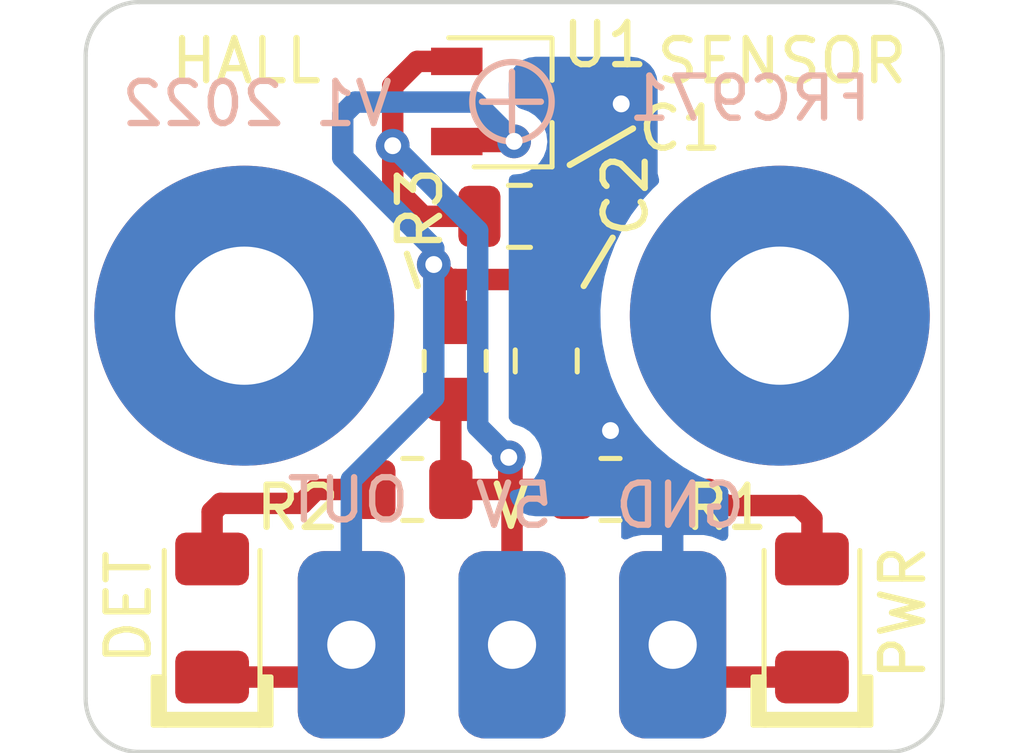
<source format=kicad_pcb>
(kicad_pcb (version 20211014) (generator pcbnew)
  (layers (0 "F.Cu" signal) (31 "B.Cu" signal) (34 "B.Paste" user) (35 "F.Paste" user) (36 "B.SilkS" user "B.Silkscreen") (37 "F.SilkS" user "F.Silkscreen") (38 "B.Mask" user) (39 "F.Mask" user) (44 "Edge.Cuts" user))
  (net 0 "")
  (net 1 "/5V0")
  (net 2 "/GND")
  (net 3 "/OUT")
  (net 4 "Net-(D1-Pad2)")
  (net 5 "Net-(D2-Pad2)")
  (footprint "Resistor_SMD:R_0805_2012Metric" (layer "F.Cu") (at 166.751 94.742)
    (fp_text reference "R1" (at 2.7432 0.4318 180) (layer "F.SilkS"))
    (fp_text value "1.0k-1%-0805")
    (fp_line (start -0.227064 -0.735) (end 0.227064 -0.735) (layer "F.SilkS") (width 0.12))
    (fp_line (start -0.227064 0.735) (end 0.227064 0.735) (layer "F.SilkS") (width 0.12))
    (pad "1" smd roundrect (at -0.9125 0) (size 1.025 1.4) (layers "F.Cu" "F.Paste" "F.Mask") (roundrect_rratio 0.243902) (net 1 "/5V0"))
    (pad "2" smd roundrect (at 0.9125 0) (size 1.025 1.4) (layers "F.Cu" "F.Paste" "F.Mask") (roundrect_rratio 0.243902) (net 4 "Net-(D1-Pad2)"))
  )
  (footprint "Package_TO_SOT_SMD:TSOT-23" (layer "F.Cu") (at 164.415612 85.540982)
    (fp_text reference "U1" (at 2.208388 -1.339982) (layer "F.SilkS"))
    (fp_text value "US5881LSE")
    (fp_line (start 0.95 1.55) (end -0.9 1.55) (layer "F.SilkS") (width 0.12))
    (fp_line (start 0.95 -1.5) (end 0.95 -0.5) (layer "F.SilkS") (width 0.12))
    (fp_line (start 0.95 0.5) (end 0.95 1.55) (layer "F.SilkS") (width 0.12))
    (fp_line (start 0.93 -1.51) (end -1.5 -1.51) (layer "F.SilkS") (width 0.12))
    (pad "1" smd rect (at -1.31 -0.95) (size 1.22 0.65) (layers "F.Cu" "F.Paste" "F.Mask") (net 1 "/5V0"))
    (pad "2" smd rect (at -1.31 0.95) (size 1.22 0.65) (layers "F.Cu" "F.Paste" "F.Mask") (net 3 "/OUT"))
    (pad "3" smd rect (at 1.31 0) (size 1.22 0.65) (layers "F.Cu" "F.Paste" "F.Mask") (net 2 "/GND"))
  )
  (footprint "Resistor_SMD:R_0805_2012Metric" (layer "F.Cu") (at 163.068 91.694 90)
    (fp_text reference "R3" (at 3.6068 -0.8382 90) (layer "F.SilkS"))
    (fp_text value "10k-1%-0805")
    (fp_line (start -0.227064 0.735) (end 0.227064 0.735) (layer "F.SilkS") (width 0.12))
    (fp_line (start -0.227064 -0.735) (end 0.227064 -0.735) (layer "F.SilkS") (width 0.12))
    (pad "1" smd roundrect (at -0.9125 0 90) (size 1.025 1.4) (layers "F.Cu" "F.Paste" "F.Mask") (roundrect_rratio 0.243902) (net 1 "/5V0"))
    (pad "2" smd roundrect (at 0.9125 0 90) (size 1.025 1.4) (layers "F.Cu" "F.Paste" "F.Mask") (roundrect_rratio 0.243902) (net 3 "/OUT"))
  )
  (footprint "Capacitor_SMD:C_0805_2012Metric" (layer "F.Cu") (at 165.227 91.694 -90)
    (fp_text reference "C2" (at -3.937 -1.8796 90) (layer "F.SilkS"))
    (fp_text value "4.7nF-50V-0805")
    (fp_line (start -0.261252 -0.735) (end 0.261252 -0.735) (layer "F.SilkS") (width 0.12))
    (fp_line (start -0.261252 0.735) (end 0.261252 0.735) (layer "F.SilkS") (width 0.12))
    (pad "1" smd roundrect (at -0.95 0 270) (size 1 1.45) (layers "F.Cu" "F.Paste" "F.Mask") (net 3 "/OUT"))
    (pad "2" smd roundrect (at 0.95 0 270) (size 1 1.45) (layers "F.Cu" "F.Paste" "F.Mask") (net 2 "/GND"))
  )
  (footprint "hall-effect:mounting-hole" (layer "F.Cu") (at 158.065612 90.620982)
    (fp_text reference "H1")
    (fp_text value "mounting-hole")
    (pad "" np_thru_hole circle (at 0 0 90) (size 7.112 7.112) (drill 3.2766) (layers F&B.Cu *.Mask))
  )
  (footprint "LED_SMD:LED_1206_3216Metric" (layer "F.Cu") (at 171.527612 97.79 90)
    (fp_text reference "D1")
    (fp_text value "PWR" (at 0.127 2.159 90) (layer "F.SilkS"))
    (fp_line (start -2.285 1.135) (end 1.6 1.135) (layer "F.SilkS") (width 0.12))
    (fp_line (start 1.6 -1.135) (end -2.285 -1.135) (layer "F.SilkS") (width 0.12))
    (fp_rect (start -2.285 -1.135) (end -2.54 1.143) (layer "F.SilkS") (width 0.12) (fill solid))
    (fp_rect (start -2.54 -1.135) (end -1.397 -1.397) (layer "F.SilkS") (width 0.12) (fill solid))
    (fp_rect (start -2.54 1.143) (end -1.397 1.397) (layer "F.SilkS") (width 0.12) (fill solid))
    (pad "1" smd roundrect (at -1.4 0 90) (size 1.25 1.75) (layers "F.Cu" "F.Paste" "F.Mask") (roundrect_rratio 0.2) (net 2 "/GND"))
    (pad "2" smd roundrect (at 1.4 0 90) (size 1.25 1.75) (layers "F.Cu" "F.Paste" "F.Mask") (roundrect_rratio 0.2) (net 4 "Net-(D1-Pad2)"))
  )
  (footprint "LED_SMD:LED_1206_3216Metric" (layer "F.Cu") (at 157.303612 97.79 90)
    (fp_text reference "D2")
    (fp_text value "DET" (at 0.254 -1.982612 90) (layer "F.SilkS"))
    (fp_line (start 1.6 -1.135) (end -2.285 -1.135) (layer "F.SilkS") (width 0.12))
    (fp_line (start -2.285 1.135) (end 1.6 1.135) (layer "F.SilkS") (width 0.12))
    (fp_rect (start -2.54 -1.135) (end -1.397 -1.397) (layer "F.SilkS") (width 0.12) (fill solid))
    (fp_rect (start -2.54 1.143) (end -1.397 1.397) (layer "F.SilkS") (width 0.12) (fill solid))
    (fp_rect (start -2.285 -1.135) (end -2.54 1.143) (layer "F.SilkS") (width 0.12) (fill solid))
    (pad "1" smd roundrect (at -1.4 0 90) (size 1.25 1.75) (layers "F.Cu" "F.Paste" "F.Mask") (roundrect_rratio 0.2) (net 3 "/OUT"))
    (pad "2" smd roundrect (at 1.4 0 90) (size 1.25 1.75) (layers "F.Cu" "F.Paste" "F.Mask") (roundrect_rratio 0.2) (net 5 "Net-(D2-Pad2)"))
  )
  (footprint "hall-effect:mounting-hole" (layer "F.Cu") (at 170.765612 90.620982)
    (fp_text reference "H2")
    (fp_text value "mounting-hole")
    (pad "" np_thru_hole circle (at 0 0 90) (size 7.112 7.112) (drill 3.2766) (layers F&B.Cu *.Mask))
  )
  (footprint "Capacitor_SMD:C_0805_2012Metric" (layer "F.Cu") (at 164.592 88.265)
    (fp_text reference "C1" (at 3.81 -2.0828) (layer "F.SilkS"))
    (fp_text value "0.1uF-25V-0805")
    (fp_line (start -0.261252 0.735) (end 0.261252 0.735) (layer "F.SilkS") (width 0.12))
    (fp_line (start -0.261252 -0.735) (end 0.261252 -0.735) (layer "F.SilkS") (width 0.12))
    (pad "1" smd roundrect (at -0.95 0) (size 1 1.45) (layers "F.Cu" "F.Paste" "F.Mask") (net 1 "/5V0"))
    (pad "2" smd roundrect (at 0.95 0) (size 1 1.45) (layers "F.Cu" "F.Paste" "F.Mask") (net 2 "/GND"))
  )
  (footprint "hall-effect:3PIN header" (layer "F.Cu") (at 160.605612 98.425)
    (fp_text reference "J1")
    (fp_text value "Conn_01x03_Male")
    (pad "1" thru_hole roundrect (at 7.62 0) (size 2.54 4.445) (drill 1.143) (layers *.Cu *.Mask) (net 2 "/GND"))
    (pad "2" thru_hole roundrect locked (at 3.81 0) (size 2.54 4.445) (drill 1.143) (layers *.Cu *.Mask) (net 1 "/5V0"))
    (pad "3" thru_hole roundrect locked (at 0 0) (size 2.54 4.445) (drill 1.143) (layers *.Cu *.Mask) (net 3 "/OUT"))
  )
  (footprint "Resistor_SMD:R_0805_2012Metric" (layer "F.Cu") (at 162.052 94.742 180)
    (fp_text reference "R2" (at 2.7178 -0.4318 180) (layer "F.SilkS"))
    (fp_text value "1.0k-1%-0805")
    (fp_line (start -0.227064 0.735) (end 0.227064 0.735) (layer "F.SilkS") (width 0.12))
    (fp_line (start -0.227064 -0.735) (end 0.227064 -0.735) (layer "F.SilkS") (width 0.12))
    (pad "1" smd roundrect (at -0.9125 0 180) (size 1.025 1.4) (layers "F.Cu" "F.Paste" "F.Mask") (roundrect_rratio 0.243902) (net 1 "/5V0"))
    (pad "2" smd roundrect (at 0.9125 0 180) (size 1.025 1.4) (layers "F.Cu" "F.Paste" "F.Mask") (roundrect_rratio 0.243902) (net 5 "Net-(D2-Pad2)"))
  )
  (gr_line (start 164.4142 85.5472) (end 164.4142 84.836) (layer "B.SilkS") (width 0.15))
  (gr_circle (center 164.4142 85.5472) (end 165.354 85.598) (layer "B.SilkS") (width 0.15) (fill none))
  (gr_line (start 164.4142 85.5472) (end 163.703 85.5472) (layer "B.SilkS") (width 0.15))
  (gr_line (start 164.4142 86.2584) (end 164.4142 85.5472) (layer "B.SilkS") (width 0.15))
  (gr_line (start 165.1 85.5472) (end 164.4142 85.5472) (layer "B.SilkS") (width 0.15))
  (gr_line (start 165.7858 87.0458) (end 167.2844 86.1822) (layer "F.SilkS") (width 0.15))
  (gr_line (start 166.8018 88.773) (end 166.116 89.916) (layer "F.SilkS") (width 0.15))
  (gr_line (start 161.925 89.154) (end 162.179 89.916) (layer "F.SilkS") (width 0.15))
  (gr_arc (start 155.575001 100.964999) (mid 154.676975 100.593025) (end 154.305001 99.694999) (layer "Edge.Cuts") (width 0.1))
  (gr_arc (start 173.355 83.185) (mid 174.253026 83.556974) (end 174.625 84.455) (layer "Edge.Cuts") (width 0.1))
  (gr_arc (start 174.624999 99.694999) (mid 174.253025 100.593025) (end 173.354999 100.964999) (layer "Edge.Cuts") (width 0.1))
  (gr_arc (start 154.305 84.455) (mid 154.676974 83.556974) (end 155.575 83.185) (layer "Edge.Cuts") (width 0.1))
  (gr_line (start 154.305 84.455) (end 154.305001 99.694999) (layer "Edge.Cuts") (width 0.1))
  (gr_line (start 173.355 83.185) (end 155.575 83.185) (layer "Edge.Cuts") (width 0.1))
  (gr_line (start 155.575001 100.964999) (end 173.354999 100.964999) (layer "Edge.Cuts") (width 0.1))
  (gr_line (start 174.624999 99.694999) (end 174.625 84.455) (layer "Edge.Cuts") (width 0.1))
  (gr_text "GND" (at 168.402 95.123) (layer "B.SilkS") (effects (font (size 1 1)) (justify mirror)))
  (gr_text "FRC971" (at 170.053 85.471) (layer "B.SilkS") (effects (font (size 1 1)) (justify mirror)))
  (gr_text "V1 2022" (at 158.369 85.598) (layer "B.SilkS") (effects (font (size 1 1)) (justify mirror)))
  (gr_text "OUT" (at 160.528 94.996) (layer "B.SilkS") (effects (font (size 1 1)) (justify mirror)))
  (gr_text "5V" (at 164.465 95.123) (layer "B.SilkS") (effects (font (size 1 1)) (justify mirror)))
  (gr_text "SENSOR" (at 170.815 84.582) (layer "F.SilkS") (effects (font (size 1 1))))
  (gr_text "V" (at 164.3888 95.1484) (layer "F.SilkS") (effects (font (size 1 1))))
  (gr_text "HALL" (at 158.115 84.582) (layer "F.SilkS") (effects (font (size 1 1))))
  (segment (start 163.642 88.265) (end 162.306 88.265) (width 0.508) (layer "F.Cu") (net 1))
  (segment (start 162.9645 92.71) (end 163.068 92.6065) (width 0.508) (layer "F.Cu") (net 1))
  (segment (start 162.9645 94.742) (end 164.338 94.742) (width 0.508) (layer "F.Cu") (net 1))
  (segment (start 164.415612 98.425) (end 164.415612 94.057612) (width 0.508) (layer "F.Cu") (net 1))
  (segment (start 162.306 88.265) (end 161.586252 87.545252) (width 0.508) (layer "F.Cu") (net 1))
  (segment (start 161.586252 85.174748) (end 161.586252 86.590248) (width 0.508) (layer "F.Cu") (net 1))
  (segment (start 164.415612 94.057612) (end 164.338 93.98) (width 0.508) (layer "F.Cu") (net 1))
  (segment (start 165.8385 94.742) (end 164.338 94.742) (width 0.508) (layer "F.Cu") (net 1))
  (segment (start 162.9645 94.742) (end 162.9645 92.71) (width 0.508) (layer "F.Cu") (net 1))
  (segment (start 163.105612 84.590982) (end 162.170018 84.590982) (width 0.508) (layer "F.Cu") (net 1))
  (segment (start 162.170018 84.590982) (end 161.586252 85.174748) (width 0.508) (layer "F.Cu") (net 1))
  (segment (start 164.338 94.742) (end 164.338 93.98) (width 0.508) (layer "F.Cu") (net 1))
  (segment (start 161.586252 87.545252) (end 161.586252 86.590248) (width 0.508) (layer "F.Cu") (net 1))
  (via (at 161.586252 86.590248) (size 0.8) (drill 0.4) (layers "F.Cu" "B.Cu") (net 1))
  (via (at 164.338 93.98) (size 0.8) (drill 0.4) (layers "F.Cu" "B.Cu") (net 1))
  (segment (start 163.6014 93.2434) (end 164.338 93.98) (width 0.508) (layer "B.Cu") (net 1))
  (segment (start 161.586252 86.590248) (end 163.6014 88.605396) (width 0.508) (layer "B.Cu") (net 1))
  (segment (start 163.6014 88.605396) (end 163.6014 93.2434) (width 0.508) (layer "B.Cu") (net 1))
  (segment (start 168.225612 99.010612) (end 168.405 99.19) (width 0.508) (layer "F.Cu") (net 2))
  (segment (start 166.751 93.345) (end 166.751 92.837) (width 0.508) (layer "F.Cu") (net 2))
  (segment (start 168.990612 99.19) (end 168.225612 98.425) (width 0.508) (layer "F.Cu") (net 2))
  (segment (start 166.751 92.837) (end 166.558 92.644) (width 0.508) (layer "F.Cu") (net 2))
  (segment (start 167.005 87.757) (end 167.005 85.598) (width 0.508) (layer "F.Cu") (net 2))
  (segment (start 166.558 92.644) (end 165.227 92.644) (width 0.508) (layer "F.Cu") (net 2))
  (segment (start 165.542 88.265) (end 166.497 88.265) (width 0.508) (layer "F.Cu") (net 2))
  (segment (start 166.497 88.265) (end 167.005 87.757) (width 0.508) (layer "F.Cu") (net 2))
  (segment (start 166.947982 85.540982) (end 167.005 85.598) (width 0.508) (layer "F.Cu") (net 2))
  (segment (start 165.725612 85.540982) (end 166.947982 85.540982) (width 0.508) (layer "F.Cu") (net 2))
  (segment (start 171.527612 99.19) (end 168.990612 99.19) (width 0.508) (layer "F.Cu") (net 2))
  (via (at 166.751 93.345) (size 0.8) (drill 0.4) (layers "F.Cu" "B.Cu") (net 2))
  (via (at 167.005 85.598) (size 0.8) (drill 0.4) (layers "F.Cu" "B.Cu") (net 2))
  (segment (start 164.461018 86.490982) (end 164.465 86.487) (width 0.508) (layer "F.Cu") (net 3))
  (segment (start 159.840612 99.19) (end 160.605612 98.425) (width 0.508) (layer "F.Cu") (net 3))
  (segment (start 163.105612 86.490982) (end 164.461018 86.490982) (width 0.508) (layer "F.Cu") (net 3))
  (segment (start 165.0492 89.7636) (end 163.068 89.7636) (width 0.508) (layer "F.Cu") (net 3))
  (segment (start 162.9156 89.7636) (end 162.56 89.408) (width 0.508) (layer "F.Cu") (net 3))
  (segment (start 163.068 89.7636) (end 162.9156 89.7636) (width 0.508) (layer "F.Cu") (net 3))
  (segment (start 163.068 89.7636) (end 163.068 90.7815) (width 0.508) (layer "F.Cu") (net 3))
  (segment (start 165.227 89.9414) (end 165.0492 89.7636) (width 0.508) (layer "F.Cu") (net 3))
  (segment (start 165.227 90.744) (end 165.227 89.9414) (width 0.508) (layer "F.Cu") (net 3))
  (segment (start 157.303612 99.19) (end 159.840612 99.19) (width 0.508) (layer "F.Cu") (net 3))
  (via (at 164.465 86.487) (size 0.8) (drill 0.4) (layers "F.Cu" "B.Cu") (net 3))
  (via (at 162.56 89.408) (size 0.8) (drill 0.4) (layers "F.Cu" "B.Cu") (net 3))
  (segment (start 160.401 85.852) (end 160.401 86.868) (width 0.508) (layer "B.Cu") (net 3))
  (segment (start 162.56 92.5576) (end 162.56 89.408) (width 0.508) (layer "B.Cu") (net 3))
  (segment (start 160.605612 94.511988) (end 162.56 92.5576) (width 0.508) (layer "B.Cu") (net 3))
  (segment (start 163.533748 85.555748) (end 160.697252 85.555748) (width 0.508) (layer "B.Cu") (net 3))
  (segment (start 162.56 89.027) (end 162.56 89.408) (width 0.508) (layer "B.Cu") (net 3))
  (segment (start 164.465 86.487) (end 163.533748 85.555748) (width 0.508) (layer "B.Cu") (net 3))
  (segment (start 160.697252 85.555748) (end 160.401 85.852) (width 0.508) (layer "B.Cu") (net 3))
  (segment (start 160.605612 98.425) (end 160.605612 94.511988) (width 0.508) (layer "B.Cu") (net 3))
  (segment (start 160.401 86.868) (end 162.56 89.027) (width 0.508) (layer "B.Cu") (net 3))
  (segment (start 169.0878 94.742) (end 169.4688 95.123) (width 0.508) (layer "F.Cu") (net 4))
  (segment (start 171.527612 95.429212) (end 171.527612 96.39) (width 0.508) (layer "F.Cu") (net 4))
  (segment (start 171.2214 95.123) (end 171.527612 95.429212) (width 0.508) (layer "F.Cu") (net 4))
  (segment (start 167.6635 94.742) (end 169.0878 94.742) (width 0.508) (layer "F.Cu") (net 4))
  (segment (start 169.4688 95.123) (end 171.2214 95.123) (width 0.508) (layer "F.Cu") (net 4))
  (segment (start 161.1395 94.742) (end 159.766 94.742) (width 0.508) (layer "F.Cu") (net 5))
  (segment (start 157.303612 95.273988) (end 157.303612 96.39) (width 0.508) (layer "F.Cu") (net 5))
  (segment (start 159.4358 95.0722) (end 157.5054 95.0722) (width 0.508) (layer "F.Cu") (net 5))
  (segment (start 157.5054 95.0722) (end 157.303612 95.273988) (width 0.508) (layer "F.Cu") (net 5))
  (segment (start 159.766 94.742) (end 159.4358 95.0722) (width 0.508) (layer "F.Cu") (net 5))
  (zone (net 2) (net_name "/GND") (layer "B.Cu") (priority 1) (connect_pads (clearance 0.381)) (min_thickness 0.254) (fill yes (thermal_gap 0.381) (thermal_bridge_width 0.508) (smoothing fillet) (radius 0.635))
    (polygon (pts (xy 167.8686 87.249) (xy 169.545 94.0054) (xy 169.545 97.79) (xy 167.005 97.79) (xy 167.005 95.377) (xy 164.338 95.377) (xy 164.338 84.4804) (xy 167.8686 84.4804)))
  )
)
</source>
